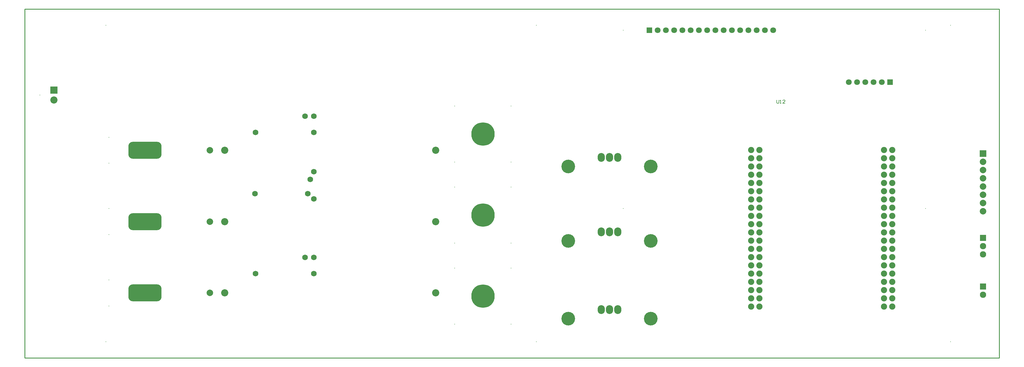
<source format=gbs>
G04 Layer_Color=16711935*
%FSLAX43Y43*%
%MOMM*%
G71*
G01*
G75*
%ADD35C,0.254*%
%ADD36C,0.178*%
%ADD92O,2.203X2.703*%
%ADD93C,7.203*%
%ADD94C,0.203*%
%ADD95C,1.727*%
%ADD96C,2.203*%
%ADD97C,2.003*%
%ADD98R,0.203X0.203*%
%ADD99C,1.803*%
%ADD100R,1.803X1.803*%
%ADD103C,1.903*%
%ADD104C,1.953*%
%ADD105R,1.953X1.953*%
%ADD106C,4.203*%
%ADD107R,2.203X2.203*%
%ADD108R,0.203X0.203*%
%ADD109R,2.003X2.003*%
G04:AMPARAMS|DCode=110|XSize=10.203mm|YSize=5.203mm|CornerRadius=1.352mm|HoleSize=0mm|Usage=FLASHONLY|Rotation=180.000|XOffset=0mm|YOffset=0mm|HoleType=Round|Shape=RoundedRectangle|*
%AMROUNDEDRECTD110*
21,1,10.203,2.500,0,0,180.0*
21,1,7.500,5.203,0,0,180.0*
1,1,2.703,-3.750,1.250*
1,1,2.703,3.750,1.250*
1,1,2.703,3.750,-1.250*
1,1,2.703,-3.750,-1.250*
%
%ADD110ROUNDEDRECTD110*%
D35*
X0Y0D02*
Y107500D01*
X300000D01*
Y0D02*
Y107500D01*
X0Y0D02*
X300000D01*
D36*
X231476Y79508D02*
Y78661D01*
X231645Y78492D01*
X231984D01*
X232153Y78661D01*
Y79508D01*
X232492Y78492D02*
X232830D01*
X232661D01*
Y79508D01*
X232492Y79338D01*
X234015Y78492D02*
X233338D01*
X234015Y79169D01*
Y79338D01*
X233846Y79508D01*
X233507D01*
X233338Y79338D01*
D92*
X182550Y61800D02*
D03*
X180000D02*
D03*
X177450D02*
D03*
X182550Y14900D02*
D03*
X180000D02*
D03*
X177450D02*
D03*
X182550Y38800D02*
D03*
X180000D02*
D03*
X177450D02*
D03*
D93*
X141000Y44000D02*
D03*
Y69000D02*
D03*
Y19000D02*
D03*
D94*
X132350Y35350D02*
D03*
X149650Y52650D02*
D03*
Y35350D02*
D03*
X132350Y52650D02*
D03*
Y77650D02*
D03*
X149650Y60350D02*
D03*
Y77650D02*
D03*
X132350Y60350D02*
D03*
X25000Y102500D02*
D03*
X184250Y101000D02*
D03*
Y46000D02*
D03*
X277270D02*
D03*
X277250Y101000D02*
D03*
X25000Y5000D02*
D03*
X157500Y5000D02*
D03*
X285000Y5000D02*
D03*
Y102500D02*
D03*
X157500D02*
D03*
X132350Y27650D02*
D03*
X149650Y10350D02*
D03*
Y27650D02*
D03*
X132350Y10350D02*
D03*
D95*
X86250Y74500D02*
D03*
X89000Y69500D02*
D03*
Y74500D02*
D03*
X71000Y69500D02*
D03*
X70890Y50570D02*
D03*
X89000Y57380D02*
D03*
X87120Y50570D02*
D03*
X87880Y54970D02*
D03*
X89000Y49000D02*
D03*
X71000Y26000D02*
D03*
X89000Y31000D02*
D03*
Y26000D02*
D03*
X86250Y31000D02*
D03*
D96*
X126500Y64000D02*
D03*
X61500D02*
D03*
X9000Y79500D02*
D03*
X126500Y20000D02*
D03*
X61500D02*
D03*
X126500Y42000D02*
D03*
X61500D02*
D03*
D97*
X57000Y64000D02*
D03*
X295000Y60460D02*
D03*
Y57920D02*
D03*
Y55380D02*
D03*
Y52840D02*
D03*
Y50300D02*
D03*
Y47760D02*
D03*
Y45220D02*
D03*
X57000Y20000D02*
D03*
Y42000D02*
D03*
D98*
X25925Y68000D02*
D03*
Y60000D02*
D03*
Y24000D02*
D03*
Y16000D02*
D03*
Y46000D02*
D03*
Y38000D02*
D03*
D99*
X256190Y85000D02*
D03*
X261270D02*
D03*
X263810D02*
D03*
X258730D02*
D03*
X253650D02*
D03*
X230350Y101000D02*
D03*
X225270D02*
D03*
X220190D02*
D03*
X217650D02*
D03*
X212570D02*
D03*
X207490D02*
D03*
X202410D02*
D03*
X197330D02*
D03*
X194790D02*
D03*
X199870D02*
D03*
X204950D02*
D03*
X210030D02*
D03*
X215110D02*
D03*
X222730D02*
D03*
X227810D02*
D03*
D100*
X266350Y85000D02*
D03*
X192250Y101000D02*
D03*
D103*
X264460Y64100D02*
D03*
Y61560D02*
D03*
Y59020D02*
D03*
Y56480D02*
D03*
Y53940D02*
D03*
Y51400D02*
D03*
Y48860D02*
D03*
Y46320D02*
D03*
Y43780D02*
D03*
Y41240D02*
D03*
Y38700D02*
D03*
Y36160D02*
D03*
Y33620D02*
D03*
Y31080D02*
D03*
Y28540D02*
D03*
Y26000D02*
D03*
Y23460D02*
D03*
Y20920D02*
D03*
Y18380D02*
D03*
Y15840D02*
D03*
X267000Y64100D02*
D03*
Y61560D02*
D03*
Y59020D02*
D03*
Y56480D02*
D03*
Y53940D02*
D03*
Y51400D02*
D03*
Y48860D02*
D03*
Y46320D02*
D03*
Y43780D02*
D03*
Y41240D02*
D03*
Y38700D02*
D03*
Y36160D02*
D03*
Y33620D02*
D03*
Y31080D02*
D03*
Y28540D02*
D03*
Y26000D02*
D03*
Y23460D02*
D03*
Y20920D02*
D03*
Y18380D02*
D03*
Y15840D02*
D03*
X226100D02*
D03*
Y18380D02*
D03*
Y20920D02*
D03*
Y23460D02*
D03*
Y26000D02*
D03*
Y28540D02*
D03*
Y31080D02*
D03*
Y33620D02*
D03*
Y36160D02*
D03*
Y38700D02*
D03*
Y41240D02*
D03*
Y43780D02*
D03*
Y46320D02*
D03*
Y48860D02*
D03*
Y51400D02*
D03*
Y53940D02*
D03*
Y56480D02*
D03*
Y59020D02*
D03*
Y61560D02*
D03*
Y64100D02*
D03*
X223560Y15840D02*
D03*
Y18380D02*
D03*
Y20920D02*
D03*
Y23460D02*
D03*
Y26000D02*
D03*
Y28540D02*
D03*
Y31080D02*
D03*
Y33620D02*
D03*
Y36160D02*
D03*
Y38700D02*
D03*
Y41240D02*
D03*
Y43780D02*
D03*
Y46320D02*
D03*
Y48860D02*
D03*
Y51400D02*
D03*
Y53940D02*
D03*
Y56480D02*
D03*
Y59020D02*
D03*
Y61560D02*
D03*
Y64100D02*
D03*
D104*
X295000Y31920D02*
D03*
Y34460D02*
D03*
Y19460D02*
D03*
D105*
Y37000D02*
D03*
Y22000D02*
D03*
D106*
X192700Y12100D02*
D03*
X167300D02*
D03*
X192700Y59000D02*
D03*
X167300D02*
D03*
X192700Y36000D02*
D03*
X167300D02*
D03*
D107*
X9000Y82500D02*
D03*
D108*
X4680Y81000D02*
D03*
D109*
X295000Y63000D02*
D03*
D110*
X37000Y64000D02*
D03*
Y20000D02*
D03*
Y42000D02*
D03*
M02*

</source>
